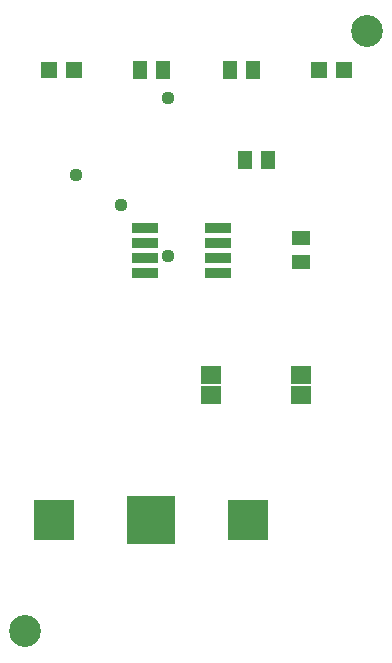
<source format=gbr>
G04 EAGLE Gerber RS-274X export*
G75*
%MOMM*%
%FSLAX34Y34*%
%LPD*%
%INSoldermask Top*%
%IPPOS*%
%AMOC8*
5,1,8,0,0,1.08239X$1,22.5*%
G01*
%ADD10C,2.703200*%
%ADD11R,4.103200X4.103200*%
%ADD12R,3.403200X3.403200*%
%ADD13R,1.703200X1.503200*%
%ADD14R,2.235200X0.863600*%
%ADD15R,1.403200X1.403200*%
%ADD16R,1.303200X1.603200*%
%ADD17R,1.603200X1.303200*%
%ADD18C,1.117600*%


D10*
X33020Y20320D03*
X322500Y528240D03*
D11*
X139700Y114300D03*
D12*
X221700Y114300D03*
X57700Y114300D03*
D13*
X190500Y220100D03*
X190500Y237100D03*
X266700Y220100D03*
X266700Y237100D03*
D14*
X134366Y361950D03*
X195834Y361950D03*
X134366Y349250D03*
X134366Y336550D03*
X195834Y349250D03*
X195834Y336550D03*
X134366Y323850D03*
X195834Y323850D03*
D15*
X53000Y495300D03*
X74000Y495300D03*
X281600Y495300D03*
X302600Y495300D03*
D16*
X218600Y419100D03*
X238600Y419100D03*
D17*
X266700Y332900D03*
X266700Y352900D03*
D16*
X225900Y495300D03*
X205900Y495300D03*
X129700Y495300D03*
X149700Y495300D03*
D18*
X153670Y338074D03*
X153670Y472186D03*
X76200Y406400D03*
X114300Y381000D03*
M02*

</source>
